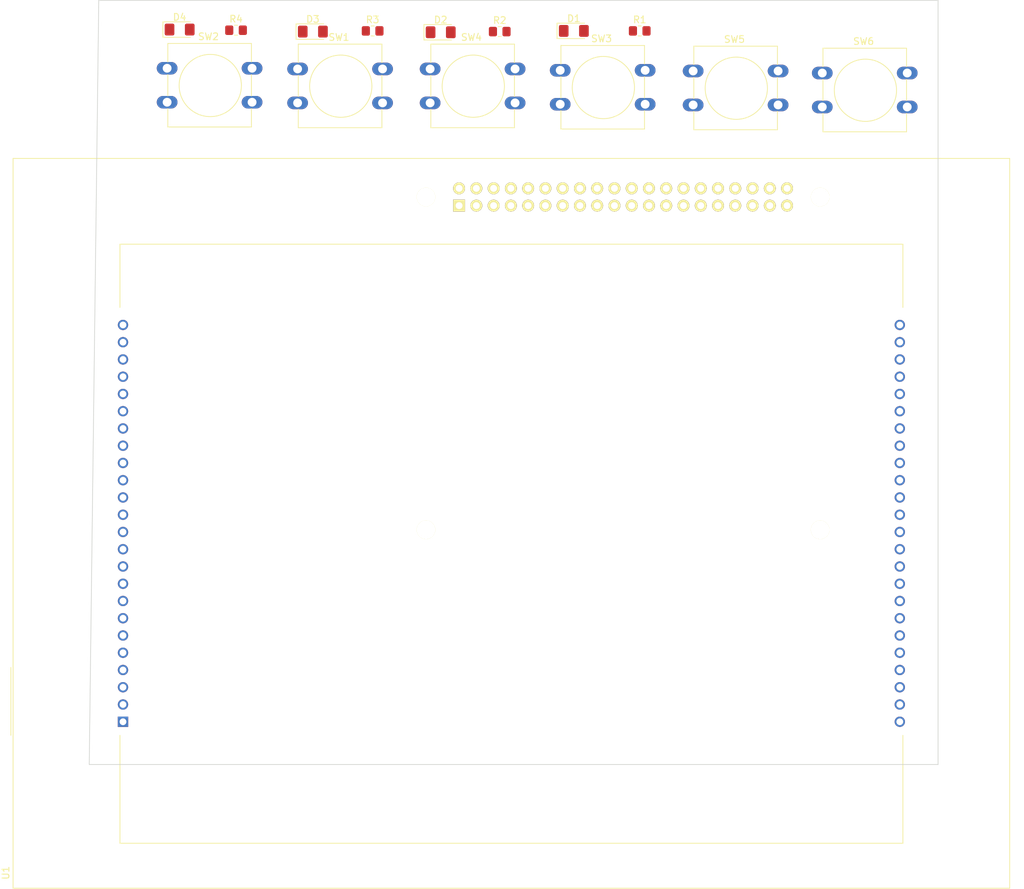
<source format=kicad_pcb>
(kicad_pcb (version 20211014) (generator pcbnew)
  (layers (0 "F.Cu" signal) (31 "B.Cu" signal) (34 "B.Paste" user) (35 "F.Paste" user) (36 "B.SilkS" user "B.Silkscreen") (37 "F.SilkS" user "F.Silkscreen") (38 "B.Mask" user) (39 "F.Mask" user) (44 "Edge.Cuts" user))
  (net 0 "")
  (net 2 "Net-(D1-Pad2)")
  (net 4 "Net-(D2-Pad2)")
  (net 6 "Net-(D3-Pad2)")
  (net 8 "Net-(D4-Pad2)")
  (footprint "LED_SMD:LED_1206_3216Metric_Pad1.42x1.75mm_HandSolder" (layer "F.Cu") (at 161.5 31.2)
    (fp_text reference "D1" (at 0 -1.82) (layer "F.SilkS"))
    (fp_text value "LED")
    (fp_line (start 1.6 -1.135) (end -2.46 -1.135) (layer "F.SilkS") (width 0.12))
    (fp_line (start -2.46 -1.135) (end -2.46 1.135) (layer "F.SilkS") (width 0.12))
    (fp_line (start -2.46 1.135) (end 1.6 1.135) (layer "F.SilkS") (width 0.12))
    (pad "1" smd roundrect (at -1.4875 0) (size 1.425 1.75) (layers "F.Cu" "F.Paste" "F.Mask") (roundrect_rratio 0.175439))
    (pad "2" smd roundrect (at 1.4875 0) (size 1.425 1.75) (layers "F.Cu" "F.Paste" "F.Mask") (roundrect_rratio 0.175439) (net 2 "Net-(D1-Pad2)"))
  )
  (footprint "Button_Switch_THT:SW_PUSH-12mm" (layer "F.Cu") (at 140.36 36.8)
    (fp_text reference "SW4" (at 6.08 -4.66) (layer "F.SilkS"))
    (fp_text value "SW_B")
    (fp_line (start 12.4 -3.65) (end 12.4 -0.93) (layer "F.SilkS") (width 0.12))
    (fp_line (start 12.4 0.93) (end 12.4 4.07) (layer "F.SilkS") (width 0.12))
    (fp_line (start 0.1 8.65) (end 0.1 5.93) (layer "F.SilkS") (width 0.12))
    (fp_line (start 12.4 5.93) (end 12.4 8.65) (layer "F.SilkS") (width 0.12))
    (fp_line (start 0.1 -3.65) (end 12.4 -3.65) (layer "F.SilkS") (width 0.12))
    (fp_line (start 12.4 8.65) (end 0.1 8.65) (layer "F.SilkS") (width 0.12))
    (fp_line (start 0.1 -0.93) (end 0.1 -3.65) (layer "F.SilkS") (width 0.12))
    (fp_line (start 0.1 4.07) (end 0.1 0.93) (layer "F.SilkS") (width 0.12))
    (fp_circle (center 6.35 2.54) (end 10.16 5.08) (layer "F.SilkS") (width 0.12) (fill none))
    (pad "1" thru_hole oval (at 0 0) (size 3.048 1.85) (drill 1.3) (layers *.Cu *.Mask))
    (pad "1" thru_hole oval (at 12.5 0) (size 3.048 1.85) (drill 1.3) (layers *.Cu *.Mask))
    (pad "2" thru_hole oval (at 12.5 5) (size 3.048 1.85) (drill 1.3) (layers *.Cu *.Mask))
    (pad "2" thru_hole oval (at 0 5) (size 3.048 1.85) (drill 1.3) (layers *.Cu *.Mask))
  )
  (footprint "Resistor_SMD:R_0805_2012Metric_Pad1.20x1.40mm_HandSolder" (layer "F.Cu") (at 150.6 31.3)
    (fp_text reference "R2" (at 0 -1.65) (layer "F.SilkS"))
    (fp_text value "R")
    (fp_line (start -0.227064 -0.735) (end 0.227064 -0.735) (layer "F.SilkS") (width 0.12))
    (fp_line (start -0.227064 0.735) (end 0.227064 0.735) (layer "F.SilkS") (width 0.12))
    (pad "1" smd roundrect (at -1 0) (size 1.2 1.4) (layers "F.Cu" "F.Paste" "F.Mask") (roundrect_rratio 0.208333) (net 4 "Net-(D2-Pad2)"))
    (pad "2" smd roundrect (at 1 0) (size 1.2 1.4) (layers "F.Cu" "F.Paste" "F.Mask") (roundrect_rratio 0.208333))
  )
  (footprint "Button_Switch_THT:SW_PUSH-12mm" (layer "F.Cu") (at 179.06 37.1)
    (fp_text reference "SW5" (at 6.08 -4.66) (layer "F.SilkS"))
    (fp_text value "SW_NEXT")
    (fp_line (start 0.1 -3.65) (end 12.4 -3.65) (layer "F.SilkS") (width 0.12))
    (fp_line (start 12.4 5.93) (end 12.4 8.65) (layer "F.SilkS") (width 0.12))
    (fp_line (start 12.4 0.93) (end 12.4 4.07) (layer "F.SilkS") (width 0.12))
    (fp_line (start 0.1 -0.93) (end 0.1 -3.65) (layer "F.SilkS") (width 0.12))
    (fp_line (start 0.1 8.65) (end 0.1 5.93) (layer "F.SilkS") (width 0.12))
    (fp_line (start 12.4 8.65) (end 0.1 8.65) (layer "F.SilkS") (width 0.12))
    (fp_line (start 12.4 -3.65) (end 12.4 -0.93) (layer "F.SilkS") (width 0.12))
    (fp_line (start 0.1 4.07) (end 0.1 0.93) (layer "F.SilkS") (width 0.12))
    (fp_circle (center 6.35 2.54) (end 10.16 5.08) (layer "F.SilkS") (width 0.12) (fill none))
    (pad "1" thru_hole oval (at 12.5 0) (size 3.048 1.85) (drill 1.3) (layers *.Cu *.Mask))
    (pad "1" thru_hole oval (at 0 0) (size 3.048 1.85) (drill 1.3) (layers *.Cu *.Mask))
    (pad "2" thru_hole oval (at 0 5) (size 3.048 1.85) (drill 1.3) (layers *.Cu *.Mask))
    (pad "2" thru_hole oval (at 12.5 5) (size 3.048 1.85) (drill 1.3) (layers *.Cu *.Mask))
  )
  (footprint "Button_Switch_THT:SW_PUSH-12mm" (layer "F.Cu") (at 120.86 36.8)
    (fp_text reference "SW1" (at 6.08 -4.66) (layer "F.SilkS"))
    (fp_text value "SW_C")
    (fp_line (start 12.4 0.93) (end 12.4 4.07) (layer "F.SilkS") (width 0.12))
    (fp_line (start 0.1 4.07) (end 0.1 0.93) (layer "F.SilkS") (width 0.12))
    (fp_line (start 0.1 -0.93) (end 0.1 -3.65) (layer "F.SilkS") (width 0.12))
    (fp_line (start 12.4 5.93) (end 12.4 8.65) (layer "F.SilkS") (width 0.12))
    (fp_line (start 0.1 8.65) (end 0.1 5.93) (layer "F.SilkS") (width 0.12))
    (fp_line (start 12.4 -3.65) (end 12.4 -0.93) (layer "F.SilkS") (width 0.12))
    (fp_line (start 12.4 8.65) (end 0.1 8.65) (layer "F.SilkS") (width 0.12))
    (fp_line (start 0.1 -3.65) (end 12.4 -3.65) (layer "F.SilkS") (width 0.12))
    (fp_circle (center 6.35 2.54) (end 10.16 5.08) (layer "F.SilkS") (width 0.12) (fill none))
    (pad "1" thru_hole oval (at 0 0) (size 3.048 1.85) (drill 1.3) (layers *.Cu *.Mask))
    (pad "1" thru_hole oval (at 12.5 0) (size 3.048 1.85) (drill 1.3) (layers *.Cu *.Mask))
    (pad "2" thru_hole oval (at 12.5 5) (size 3.048 1.85) (drill 1.3) (layers *.Cu *.Mask))
    (pad "2" thru_hole oval (at 0 5) (size 3.048 1.85) (drill 1.3) (layers *.Cu *.Mask))
  )
  (footprint "LED_SMD:LED_1206_3216Metric_Pad1.42x1.75mm_HandSolder" (layer "F.Cu") (at 123.1 31.3)
    (fp_text reference "D3" (at 0 -1.82) (layer "F.SilkS"))
    (fp_text value "LED")
    (fp_line (start -2.46 -1.135) (end -2.46 1.135) (layer "F.SilkS") (width 0.12))
    (fp_line (start -2.46 1.135) (end 1.6 1.135) (layer "F.SilkS") (width 0.12))
    (fp_line (start 1.6 -1.135) (end -2.46 -1.135) (layer "F.SilkS") (width 0.12))
    (pad "1" smd roundrect (at -1.4875 0) (size 1.425 1.75) (layers "F.Cu" "F.Paste" "F.Mask") (roundrect_rratio 0.175439))
    (pad "2" smd roundrect (at 1.4875 0) (size 1.425 1.75) (layers "F.Cu" "F.Paste" "F.Mask") (roundrect_rratio 0.175439) (net 6 "Net-(D3-Pad2)"))
  )
  (footprint "Display:EA_eDIPTFT57-XXX" (layer "F.Cu") (at 95.1675 132.91 90)
    (fp_text reference "U1" (at -22.25 -17.25 90) (layer "F.SilkS"))
    (fp_text value "EA_eDIPTFT57-A")
    (fp_line (start 61 114.75) (end 70.31 114.75) (layer "F.SilkS") (width 0.12))
    (fp_line (start 82.93 130.47) (end -24.51 130.47) (layer "F.SilkS") (width 0.12))
    (fp_line (start 82.93 -16.17) (end 82.93 130.47) (layer "F.SilkS") (width 0.12))
    (fp_line (start -24.51 -16.17) (end 82.93 -16.17) (layer "F.SilkS") (width 0.12))
    (fp_line (start -24.51 130.47) (end -24.51 -16.17) (layer "F.SilkS") (width 0.12))
    (fp_line (start 70.31 -0.45) (end 70.31 114.75) (layer "F.SilkS") (width 0.12))
    (fp_line (start -2 114.75) (end -17.89 114.75) (layer "F.SilkS") (width 0.12))
    (fp_line (start -17.89 -0.45) (end -2 -0.45) (layer "F.SilkS") (width 0.12))
    (fp_line (start -17.89 114.75) (end -17.89 -0.45) (layer "F.SilkS") (width 0.12))
    (fp_line (start 61 -0.45) (end 70.31 -0.45) (layer "F.SilkS") (width 0.12))
    (fp_line (start -2 -16.5) (end 8 -16.5) (layer "F.SilkS") (width 0.12))
    (pad "1" thru_hole rect (at 0 0 90) (size 1.524 1.524) (drill 1) (layers *.Cu *.Mask))
    (pad "2" thru_hole circle (at 2.54 0 90) (size 1.524 1.524) (drill 1) (layers *.Cu *.Mask))
    (pad "3" thru_hole circle (at 5.08 0 90) (size 1.524 1.524) (drill 1) (layers *.Cu *.Mask))
    (pad "4" thru_hole circle (at 7.62 0 90) (size 1.524 1.524) (drill 1) (layers *.Cu *.Mask))
    (pad "5" thru_hole circle (at 10.16 0 90) (size 1.524 1.524) (drill 1) (layers *.Cu *.Mask))
    (pad "6" thru_hole circle (at 12.7 0 90) (size 1.524 1.524) (drill 1) (layers *.Cu *.Mask))
    (pad "7" thru_hole circle (at 15.24 0 90) (size 1.524 1.524) (drill 1) (layers *.Cu *.Mask))
    (pad "8" thru_hole circle (at 17.78 0 90) (size 1.524 1.524) (drill 1) (layers *.Cu *.Mask))
    (pad "9" thru_hole circle (at 20.32 0 90) (size 1.524 1.524) (drill 1) (layers *.Cu *.Mask))
    (pad "10" thru_hole circle (at 22.86 0 90) (size 1.524 1.524) (drill 1) (layers *.Cu *.Mask))
    (pad "11" thru_hole circle (at 25.4 0 90) (size 1.524 1.524) (drill 1) (layers *.Cu *.Mask))
    (pad "12" thru_hole circle (at 27.94 0 90) (size 1.524 1.524) (drill 1) (layers *.Cu *.Mask))
    (pad "13" thru_hole circle (at 30.48 0 90) (size 1.524 1.524) (drill 1) (layers *.Cu *.Mask))
    (pad "14" thru_hole circle (at 33.02 0 90) (size 1.524 1.524) (drill 1) (layers *.Cu *.Mask))
    (pad "15" thru_hole circle (at 35.56 0 90) (size 1.524 1.524) (drill 1) (layers *.Cu *.Mask))
    (pad "16" thru_hole circle (at 38.1 0 90) (size 1.524 1.524) (drill 1) (layers *.Cu *.Mask))
    (pad "17" thru_hole circle (at 40.64 0 90) (size 1.524 1.524) (drill 1) (layers *.Cu *.Mask))
    (pad "18" thru_hole circle (at 43.18 0 90) (size 1.524 1.524) (drill 1) (layers *.Cu *.Mask))
    (pad "19" thru_hole circle (at 45.72 0 90) (size 1.524 1.524) (drill 1) (layers *.Cu *.Mask))
    (pad "20" thru_hole circle (at 48.26 0 90) (size 1.524 1.524) (drill 1) (layers *.Cu *.Mask))
    (pad "21" thru_hole circle (at 50.8 0 90) (size 1.524 1.524) (drill 1) (layers *.Cu *.Mask))
    (pad "22" thru_hole circle (at 53.34 0 90) (size 1.524 1.524) (drill 1) (layers *.Cu *.Mask))
    (pad "23" thru_hole circle (at 55.88 0 90) (size 1.524 1.524) (drill 1) (layers *.Cu *.Mask))
    (pad "24" thru_hole circle (at 58.42 0 90) (size 1.524 1.524) (drill 1) (layers *.Cu *.Mask))
    (pad "25" thru_hole circle (at 58.42 114.3 90) (size 1.524 1.524) (drill 1) (layers *.Cu *.Mask))
    (pad "26" thru_hole circle (at 55.88 114.3 90) (size 1.524 1.524) (drill 1) (layers *.Cu *.Mask))
    (pad "27" thru_hole circle (at 53.34 114.3 90) (size 1.524 1.524) (drill 1) (layers *.Cu *.Mask))
    (pad "28" thru_hole circle (at 50.8 114.3 90) (size 1.524 1.524) (drill 1) (layers *.Cu *.Mask))
    (pad "29" thru_hole circle (at 48.26 114.3 90) (size 1.524 1.524) (drill 1) (layers *.Cu *.Mask))
    (pad "30" thru_hole circle (at 45.72 114.3 90) (size 1.524 1.524) (drill 1) (layers *.Cu *.Mask))
    (pad "31" thru_hole circle (at 43.18 114.3 90) (size 1.524 1.524) (drill 1) (layers *.Cu *.Mask))
    (pad "32" thru_hole circle (at 40.64 114.3 90) (size 1.524 1.524) (drill 1) (layers *.Cu *.Mask))
    (pad "33" thru_hole circle (at 38.1 114.3 90) (size 1.524 1.524) (drill 1) (layers *.Cu *.Mask))
    (pad "34" thru_hole circle (at 35.56 114.3 90) (size 1.524 1.524) (drill 1) (layers *.Cu *.Mask))
    (pad "35" thru_hole circle (at 33.02 114.3 90) (size 1.524 1.524) (drill 1) (layers *.Cu *.Mask))
    (pad "36" thru_hole circle (at 30.48 114.3 90) (size 1.524 1.524) (drill 1) (layers *.Cu *.Mask))
    (pad "37" thru_hole circle (at 27.94 114.3 90) (size 1.524 1.524) (drill 1) (layers *.Cu *.Mask))
    (pad "38" thru_hole circle (at 25.4 114.3 90) (size 1.524 1.524) (drill 1) (layers *.Cu *.Mask))
    (pad "39" thru_hole circle (at 22.86 114.3 90) (size 1.524 1.524) (drill 1) (layers *.Cu *.Mask))
    (pad "40" thru_hole circle (at 20.32 114.3 90) (size 1.524 1.524) (drill 1) (layers *.Cu *.Mask))
    (pad "41" thru_hole circle (at 17.78 114.3 90) (size 1.524 1.524) (drill 1) (layers *.Cu *.Mask))
    (pad "42" thru_hole circle (at 15.24 114.3 90) (size 1.524 1.524) (drill 1) (layers *.Cu *.Mask))
    (pad "43" thru_hole circle (at 12.7 114.3 90) (size 1.524 1.524) (drill 1) (layers *.Cu *.Mask))
    (pad "44" thru_hole circle (at 10.16 114.3 90) (size 1.524 1.524) (drill 1) (layers *.Cu *.Mask))
    (pad "45" thru_hole circle (at 7.62 114.3 90) (size 1.524 1.524) (drill 1) (layers *.Cu *.Mask))
    (pad "46" thru_hole circle (at 5.08 114.3 90) (size 1.524 1.524) (drill 1) (layers *.Cu *.Mask))
    (pad "47" thru_hole circle (at 2.54 114.3 90) (size 1.524 1.524) (drill 1) (layers *.Cu *.Mask))
    (pad "48" thru_hole circle (at 0 114.3 90) (size 1.524 1.524) (drill 1) (layers *.Cu *.Mask))
  )
  (footprint "Button_Switch_THT:SW_PUSH-12mm" (layer "F.Cu") (at 198.06 37.4)
    (fp_text reference "SW6" (at 6.08 -4.66) (layer "F.SilkS"))
    (fp_text value "SW_START")
    (fp_line (start 0.1 -0.93) (end 0.1 -3.65) (layer "F.SilkS") (width 0.12))
    (fp_line (start 0.1 8.65) (end 0.1 5.93) (layer "F.SilkS") (width 0.12))
    (fp_line (start 0.1 4.07) (end 0.1 0.93) (layer "F.SilkS") (width 0.12))
    (fp_line (start 12.4 -3.65) (end 12.4 -0.93) (layer "F.SilkS") (width 0.12))
    (fp_line (start 12.4 0.93) (end 12.4 4.07) (layer "F.SilkS") (width 0.12))
    (fp_line (start 12.4 5.93) (end 12.4 8.65) (layer "F.SilkS") (width 0.12))
    (fp_line (start 12.4 8.65) (end 0.1 8.65) (layer "F.SilkS") (width 0.12))
    (fp_line (start 0.1 -3.65) (end 12.4 -3.65) (layer "F.SilkS") (width 0.12))
    (fp_circle (center 6.35 2.54) (end 10.16 5.08) (layer "F.SilkS") (width 0.12) (fill none))
    (pad "1" thru_hole oval (at 12.5 0) (size 3.048 1.85) (drill 1.3) (layers *.Cu *.Mask))
    (pad "1" thru_hole oval (at 0 0) (size 3.048 1.85) (drill 1.3) (layers *.Cu *.Mask))
    (pad "2" thru_hole oval (at 0 5) (size 3.048 1.85) (drill 1.3) (layers *.Cu *.Mask))
    (pad "2" thru_hole oval (at 12.5 5) (size 3.048 1.85) (drill 1.3) (layers *.Cu *.Mask))
  )
  (footprint "LED_SMD:LED_1206_3216Metric_Pad1.42x1.75mm_HandSolder" (layer "F.Cu") (at 141.9125 31.4)
    (fp_text reference "D2" (at 0 -1.82) (layer "F.SilkS"))
    (fp_text value "LED")
    (fp_line (start 1.6 -1.135) (end -2.46 -1.135) (layer "F.SilkS") (width 0.12))
    (fp_line (start -2.46 -1.135) (end -2.46 1.135) (layer "F.SilkS") (width 0.12))
    (fp_line (start -2.46 1.135) (end 1.6 1.135) (layer "F.SilkS") (width 0.12))
    (pad "1" smd roundrect (at -1.4875 0) (size 1.425 1.75) (layers "F.Cu" "F.Paste" "F.Mask") (roundrect_rratio 0.175439))
    (pad "2" smd roundrect (at 1.4875 0) (size 1.425 1.75) (layers "F.Cu" "F.Paste" "F.Mask") (roundrect_rratio 0.175439) (net 4 "Net-(D2-Pad2)"))
  )
  (footprint "rpi:raspberrypi_2_3" (layer "F.Cu") (at 168.75 55.65)
    (fp_text reference "RP1")
    (fp_text value "Raspberry_Pi_2_3")
    (pad "" np_thru_hole circle locked (at 29 49) (size 2.75 2.75) (drill 2.75) (layers *.Cu *.Mask "F.SilkS"))
    (pad "" np_thru_hole circle locked (at -29 0) (size 2.75 2.75) (drill 2.75) (layers *.Cu *.Mask "F.SilkS"))
    (pad "" np_thru_hole circle locked (at 29 0) (size 2.75 2.75) (drill 2.75) (layers *.Cu *.Mask "F.SilkS"))
    (pad "" np_thru_hole circle locked (at -29 49) (size 2.75 2.75) (drill 2.75) (layers *.Cu *.Mask "F.SilkS"))
    (pad "1" thru_hole rect locked (at -24.13 1.27) (size 1.75 1.75) (drill 1.016) (layers *.Cu *.Mask "F.SilkS"))
    (pad "2" thru_hole circle locked (at -24.13 -1.27) (size 1.75 1.75) (drill 1.016) (layers *.Cu *.Mask "F.SilkS"))
    (pad "3" thru_hole circle locked (at -21.59 1.27) (size 1.75 1.75) (drill 1.016) (layers *.Cu *.Mask "F.SilkS"))
    (pad "4" thru_hole circle locked (at -21.59 -1.27) (size 1.75 1.75) (drill 1.016) (layers *.Cu *.Mask "F.SilkS"))
    (pad "5" thru_hole circle locked (at -19.05 1.27) (size 1.75 1.75) (drill 1.016) (layers *.Cu *.Mask "F.SilkS"))
    (pad "6" thru_hole circle locked (at -19.05 -1.27) (size 1.75 1.75) (drill 1.016) (layers *.Cu *.Mask "F.SilkS"))
    (pad "7" thru_hole circle locked (at -16.51 1.27) (size 1.75 1.75) (drill 1.016) (layers *.Cu *.Mask "F.SilkS"))
    (pad "8" thru_hole circle locked (at -16.51 -1.27) (size 1.75 1.75) (drill 1.016) (layers *.Cu *.Mask "F.SilkS"))
    (pad "9" thru_hole circle locked (at -13.97 1.27) (size 1.75 1.75) (drill 1.016) (layers *.Cu *.Mask "F.SilkS"))
    (pad "10" thru_hole circle locked (at -13.97 -1.27) (size 1.75 1.75) (drill 1.016) (layers *.Cu *.Mask "F.SilkS"))
    (pad "11" thru_hole circle locked (at -11.43 1.27) (size 1.75 1.75) (drill 1.016) (layers *.Cu *.Mask "F.SilkS"))
    (pad "12" thru_hole circle locked (at -11.43 -1.27) (size 1.75 1.75) (drill 1.016) (layers *.Cu *.Mask "F.SilkS"))
    (pad "13" thru_hole circle locked (at -8.89 1.27) (size 1.75 1.75) (drill 1.016) (layers *.Cu *.Mask "F.SilkS"))
    (pad "14" thru_hole circle locked (at -8.89 -1.27) (size 1.75 1.75) (drill 1.016) (layers *.Cu *.Mask "F.SilkS"))
    (pad "15" thru_hole circle locked (at -6.35 1.27) (size 1.75 1.75) (drill 1.016) (layers *.Cu *.Mask "F.SilkS"))
    (pad "16" thru_hole circle locked (at -6.35 -1.27) (size 1.75 1.75) (drill 1.016) (layers *.Cu *.Mask "F.SilkS"))
    (pad "17" thru_hole circle locked (at -3.81 1.27) (size 1.75 1.75) (drill 1.016) (layers *.Cu *.Mask "F.SilkS"))
    (pad "18" thru_hole circle locked (at -3.81 -1.27) (size 1.75 1.75) (drill 1.016) (layers *.Cu *.Mask "F.SilkS"))
    (pad "19" thru_hole circle locked (at -1.27 1.27) (size 1.75 1.75) (drill 1.016) (layers *.Cu *.Mask "F.SilkS"))
    (pad "20" thru_hole circle locked (at -1.27 -1.27) (size 1.75 1.75) (drill 1.016) (layers *.Cu *.Mask "F.SilkS"))
    (pad "21" thru_hole circle locked (at 1.27 1.27) (size 1.75 1.75) (drill 1.016) (layers *.Cu *.Mask "F.SilkS"))
    (pad "22" thru_hole circle locked (at 1.27 -1.27) (size 1.75 1.75) (drill 1.016) (layers *.Cu *.Mask "F.SilkS"))
    (pad "23" thru_hole circle locked (at 3.81 1.27) (size 1.75 1.75) (drill 1.016) (layers *.Cu *.Mask "F.SilkS"))
    (pad "24" thru_hole circle locked (at 3.81 -1.27) (size 1.75 1.75) (drill 1.016) (layers *.Cu *.Mask "F.SilkS"))
    (pad "25" thru_hole circle locked (at 6.35 1.27) (size 1.75 1.75) (drill 1.016) (layers *.Cu *.Mask "F.SilkS"))
    (pad "26" thru_hole circle locked (at 6.35 -1.27) (size 1.75 1.75) (drill 1.016) (layers *.Cu *.Mask "F.SilkS"))
    (pad "27" thru_hole circle locked (at 8.89 1.27) (size 1.75 1.75) (drill 1.016) (layers *.Cu *.Mask "F.SilkS"))
    (pad "28" thru_hole circle locked (at 8.89 -1.27) (size 1.75 1.75) (drill 1.016) (layers *.Cu *.Mask "F.SilkS"))
    (pad "29" thru_hole circle locked (at 11.43 1.27) (size 1.75 1.75) (drill 1.016) (layers *.Cu *.Mask "F.SilkS"))
    (pad "30" thru_hole circle locked (at 11.43 -1.27) (size 1.75 1.75) (drill 1.016) (layers *.Cu *.Mask "F.SilkS"))
    (pad "31" thru_hole circle locked (at 13.97 1.27) (size 1.75 1.75) (drill 1.016) (layers *.Cu *.Mask "F.SilkS"))
    (pad "32" thru_hole circle locked (at 13.97 -1.27) (size 1.75 1.75) (drill 1.016) (layers *.Cu *.Mask "F.SilkS"))
    (pad "33" thru_hole circle locked (at 16.51 1.27) (size 1.75 1.75) (drill 1.016) (layers *.Cu *.Mask "F.SilkS"))
    (pad "34" thru_hole circle locked (at 16.51 -1.27) (size 1.75 1.75) (drill 1.016) (layers *.Cu *.Mask "F.SilkS"))
    (pad "35" thru_hole circle locked (at 19.05 1.27) (size 1.75 1.75) (drill 1.016) (layers *.Cu *.Mask "F.SilkS"))
    (pad "36" thru_hole circle locked (at 19.05 -1.27) (size 1.75 1.75) (drill 1.016) (layers *.Cu *.Mask "F.SilkS"))
    (pad "37" thru_hole circle locked (at 21.59 1.27) (size 1.75 1.75) (drill 1.016) (layers *.Cu *.Mask "F.SilkS"))
    (pad "38" thru_hole circle locked (at 21.59 -1.27) (size 1.75 1.75) (drill 1.016) (layers *.Cu *.Mask "F.SilkS"))
    (pad "39" thru_hole circle locked (at 24.13 1.27) (size 1.75 1.75) (drill 1.016) (layers *.Cu *.Mask "F.SilkS"))
    (pad "40" thru_hole circle locked (at 24.13 -1.27) (size 1.75 1.75) (drill 1.016) (layers *.Cu *.Mask "F.SilkS"))
  )
  (footprint "Resistor_SMD:R_0805_2012Metric_Pad1.20x1.40mm_HandSolder" (layer "F.Cu") (at 111.8 31.1)
    (fp_text reference "R4" (at 0 -1.65) (layer "F.SilkS"))
    (fp_text value "R")
    (fp_line (start -0.227064 0.735) (end 0.227064 0.735) (layer "F.SilkS") (width 0.12))
    (fp_line (start -0.227064 -0.735) (end 0.227064 -0.735) (layer "F.SilkS") (width 0.12))
    (pad "1" smd roundrect (at -1 0) (size 1.2 1.4) (layers "F.Cu" "F.Paste" "F.Mask") (roundrect_rratio 0.208333) (net 8 "Net-(D4-Pad2)"))
    (pad "2" smd roundrect (at 1 0) (size 1.2 1.4) (layers "F.Cu" "F.Paste" "F.Mask") (roundrect_rratio 0.208333))
  )
  (footprint "Button_Switch_THT:SW_PUSH-12mm" (layer "F.Cu") (at 159.5 37)
    (fp_text reference "SW3" (at 6.08 -4.66) (layer "F.SilkS"))
    (fp_text value "SW_A")
    (fp_line (start 0.1 4.07) (end 0.1 0.93) (layer "F.SilkS") (width 0.12))
    (fp_line (start 12.4 0.93) (end 12.4 4.07) (layer "F.SilkS") (width 0.12))
    (fp_line (start 0.1 8.65) (end 0.1 5.93) (layer "F.SilkS") (width 0.12))
    (fp_line (start 12.4 -3.65) (end 12.4 -0.93) (layer "F.SilkS") (width 0.12))
    (fp_line (start 0.1 -3.65) (end 12.4 -3.65) (layer "F.SilkS") (width 0.12))
    (fp_line (start 12.4 8.65) (end 0.1 8.65) (layer "F.SilkS") (width 0.12))
    (fp_line (start 0.1 -0.93) (end 0.1 -3.65) (layer "F.SilkS") (width 0.12))
    (fp_line (start 12.4 5.93) (end 12.4 8.65) (layer "F.SilkS") (width 0.12))
    (fp_circle (center 6.35 2.54) (end 10.16 5.08) (layer "F.SilkS") (width 0.12) (fill none))
    (pad "1" thru_hole oval (at 12.5 0) (size 3.048 1.85) (drill 1.3) (layers *.Cu *.Mask))
    (pad "1" thru_hole oval (at 0 0) (size 3.048 1.85) (drill 1.3) (layers *.Cu *.Mask))
    (pad "2" thru_hole oval (at 0 5) (size 3.048 1.85) (drill 1.3) (layers *.Cu *.Mask))
    (pad "2" thru_hole oval (at 12.5 5) (size 3.048 1.85) (drill 1.3) (layers *.Cu *.Mask))
  )
  (footprint "Resistor_SMD:R_0805_2012Metric_Pad1.20x1.40mm_HandSolder" (layer "F.Cu") (at 131.9 31.2)
    (fp_text reference "R3" (at 0 -1.65) (layer "F.SilkS"))
    (fp_text value "R")
    (fp_line (start -0.227064 0.735) (end 0.227064 0.735) (layer "F.SilkS") (width 0.12))
    (fp_line (start -0.227064 -0.735) (end 0.227064 -0.735) (layer "F.SilkS") (width 0.12))
    (pad "1" smd roundrect (at -1 0) (size 1.2 1.4) (layers "F.Cu" "F.Paste" "F.Mask") (roundrect_rratio 0.208333) (net 6 "Net-(D3-Pad2)"))
    (pad "2" smd roundrect (at 1 0) (size 1.2 1.4) (layers "F.Cu" "F.Paste" "F.Mask") (roundrect_rratio 0.208333))
  )
  (footprint "Button_Switch_THT:SW_PUSH-12mm" (layer "F.Cu") (at 101.66 36.7)
    (fp_text reference "SW2" (at 6.08 -4.66) (layer "F.SilkS"))
    (fp_text value "SW_D")
    (fp_line (start 0.1 8.65) (end 0.1 5.93) (layer "F.SilkS") (width 0.12))
    (fp_line (start 12.4 8.65) (end 0.1 8.65) (layer "F.SilkS") (width 0.12))
    (fp_line (start 0.1 -0.93) (end 0.1 -3.65) (layer "F.SilkS") (width 0.12))
    (fp_line (start 0.1 4.07) (end 0.1 0.93) (layer "F.SilkS") (width 0.12))
    (fp_line (start 12.4 5.93) (end 12.4 8.65) (layer "F.SilkS") (width 0.12))
    (fp_line (start 0.1 -3.65) (end 12.4 -3.65) (layer "F.SilkS") (width 0.12))
    (fp_line (start 12.4 -3.65) (end 12.4 -0.93) (layer "F.SilkS") (width 0.12))
    (fp_line (start 12.4 0.93) (end 12.4 4.07) (layer "F.SilkS") (width 0.12))
    (fp_circle (center 6.35 2.54) (end 10.16 5.08) (layer "F.SilkS") (width 0.12) (fill none))
    (pad "1" thru_hole oval (at 12.5 0) (size 3.048 1.85) (drill 1.3) (layers *.Cu *.Mask))
    (pad "1" thru_hole oval (at 0 0) (size 3.048 1.85) (drill 1.3) (layers *.Cu *.Mask))
    (pad "2" thru_hole oval (at 0 5) (size 3.048 1.85) (drill 1.3) (layers *.Cu *.Mask))
    (pad "2" thru_hole oval (at 12.5 5) (size 3.048 1.85) (drill 1.3) (layers *.Cu *.Mask))
  )
  (footprint "Resistor_SMD:R_0805_2012Metric_Pad1.20x1.40mm_HandSolder" (layer "F.Cu") (at 171.2 31.2)
    (fp_text reference "R1" (at 0 -1.65) (layer "F.SilkS"))
    (fp_text value "R")
    (fp_line (start -0.227064 0.735) (end 0.227064 0.735) (layer "F.SilkS") (width 0.12))
    (fp_line (start -0.227064 -0.735) (end 0.227064 -0.735) (layer "F.SilkS") (width 0.12))
    (pad "1" smd roundrect (at -1 0) (size 1.2 1.4) (layers "F.Cu" "F.Paste" "F.Mask") (roundrect_rratio 0.208333) (net 2 "Net-(D1-Pad2)"))
    (pad "2" smd roundrect (at 1 0) (size 1.2 1.4) (layers "F.Cu" "F.Paste" "F.Mask") (roundrect_rratio 0.208333))
  )
  (footprint "LED_SMD:LED_1206_3216Metric_Pad1.42x1.75mm_HandSolder" (layer "F.Cu") (at 103.5 31)
    (fp_text reference "D4" (at 0 -1.82) (layer "F.SilkS"))
    (fp_text value "LED")
    (fp_line (start -2.46 -1.135) (end -2.46 1.135) (layer "F.SilkS") (width 0.12))
    (fp_line (start 1.6 -1.135) (end -2.46 -1.135) (layer "F.SilkS") (width 0.12))
    (fp_line (start -2.46 1.135) (end 1.6 1.135) (layer "F.SilkS") (width 0.12))
    (pad "1" smd roundrect (at -1.4875 0) (size 1.425 1.75) (layers "F.Cu" "F.Paste" "F.Mask") (roundrect_rratio 0.175439))
    (pad "2" smd roundrect (at 1.4875 0) (size 1.425 1.75) (layers "F.Cu" "F.Paste" "F.Mask") (roundrect_rratio 0.175439) (net 8 "Net-(D4-Pad2)"))
  )
  (gr_line (start 90.2 139.2) (end 91.6 26.7) (layer "Edge.Cuts") (width 0.1))
  (gr_line (start 215.1 139.2) (end 90.2 139.2) (layer "Edge.Cuts") (width 0.1))
  (gr_line (start 215.1 26.7) (end 215.1 139.2) (layer "Edge.Cuts") (width 0.1))
  (gr_line (start 91.6 26.7) (end 215.1 26.7) (layer "Edge.Cuts") (width 0.1))
)
</source>
